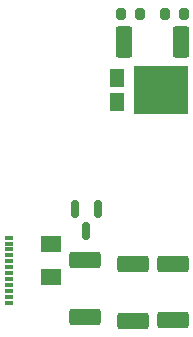
<source format=gbr>
%TF.GenerationSoftware,KiCad,Pcbnew,(6.0.5-0)*%
%TF.CreationDate,2022-06-15T06:28:06+02:00*%
%TF.ProjectId,Relay,52656c61-792e-46b6-9963-61645f706362,rev?*%
%TF.SameCoordinates,Original*%
%TF.FileFunction,Paste,Top*%
%TF.FilePolarity,Positive*%
%FSLAX46Y46*%
G04 Gerber Fmt 4.6, Leading zero omitted, Abs format (unit mm)*
G04 Created by KiCad (PCBNEW (6.0.5-0)) date 2022-06-15 06:28:06*
%MOMM*%
%LPD*%
G01*
G04 APERTURE LIST*
G04 Aperture macros list*
%AMRoundRect*
0 Rectangle with rounded corners*
0 $1 Rounding radius*
0 $2 $3 $4 $5 $6 $7 $8 $9 X,Y pos of 4 corners*
0 Add a 4 corners polygon primitive as box body*
4,1,4,$2,$3,$4,$5,$6,$7,$8,$9,$2,$3,0*
0 Add four circle primitives for the rounded corners*
1,1,$1+$1,$2,$3*
1,1,$1+$1,$4,$5*
1,1,$1+$1,$6,$7*
1,1,$1+$1,$8,$9*
0 Add four rect primitives between the rounded corners*
20,1,$1+$1,$2,$3,$4,$5,0*
20,1,$1+$1,$4,$5,$6,$7,0*
20,1,$1+$1,$6,$7,$8,$9,0*
20,1,$1+$1,$8,$9,$2,$3,0*%
G04 Aperture macros list end*
%ADD10R,1.800000X1.340000*%
%ADD11RoundRect,0.249999X-1.075001X0.450001X-1.075001X-0.450001X1.075001X-0.450001X1.075001X0.450001X0*%
%ADD12RoundRect,0.200000X0.200000X0.275000X-0.200000X0.275000X-0.200000X-0.275000X0.200000X-0.275000X0*%
%ADD13RoundRect,0.150000X-0.150000X0.587500X-0.150000X-0.587500X0.150000X-0.587500X0.150000X0.587500X0*%
%ADD14R,1.200000X1.500000*%
%ADD15R,4.650000X4.150000*%
%ADD16R,0.700000X0.300000*%
%ADD17RoundRect,0.249999X0.450001X1.075001X-0.450001X1.075001X-0.450001X-1.075001X0.450001X-1.075001X0*%
G04 APERTURE END LIST*
D10*
%TO.C,D1*%
X160075000Y-72945000D03*
X160075000Y-75805000D03*
%TD*%
D11*
%TO.C,R8*%
X170410000Y-74650000D03*
X170410000Y-79450000D03*
%TD*%
%TO.C,R7*%
X167020000Y-74680000D03*
X167020000Y-79480000D03*
%TD*%
D12*
%TO.C,R6*%
X167625000Y-53550000D03*
X165975000Y-53550000D03*
%TD*%
D13*
%TO.C,Q1*%
X164025000Y-70012500D03*
X162125000Y-70012500D03*
X163075000Y-71887500D03*
%TD*%
D12*
%TO.C,R5*%
X171375000Y-53475000D03*
X169725000Y-53475000D03*
%TD*%
D14*
%TO.C,CR1*%
X165660000Y-60925000D03*
X165660000Y-58955000D03*
D15*
X169410000Y-59940000D03*
%TD*%
D11*
%TO.C,R4*%
X163000000Y-74325000D03*
X163000000Y-79125000D03*
%TD*%
D16*
%TO.C,J2*%
X156510000Y-72450000D03*
X156510000Y-72950000D03*
X156510000Y-73450000D03*
X156510000Y-73950000D03*
X156510000Y-74450000D03*
X156510000Y-74950000D03*
X156510000Y-75450000D03*
X156510000Y-75950000D03*
X156510000Y-76450000D03*
X156510000Y-76950000D03*
X156510000Y-77450000D03*
X156510000Y-77950000D03*
%TD*%
D17*
%TO.C,R1*%
X171075000Y-55875000D03*
X166275000Y-55875000D03*
%TD*%
M02*

</source>
